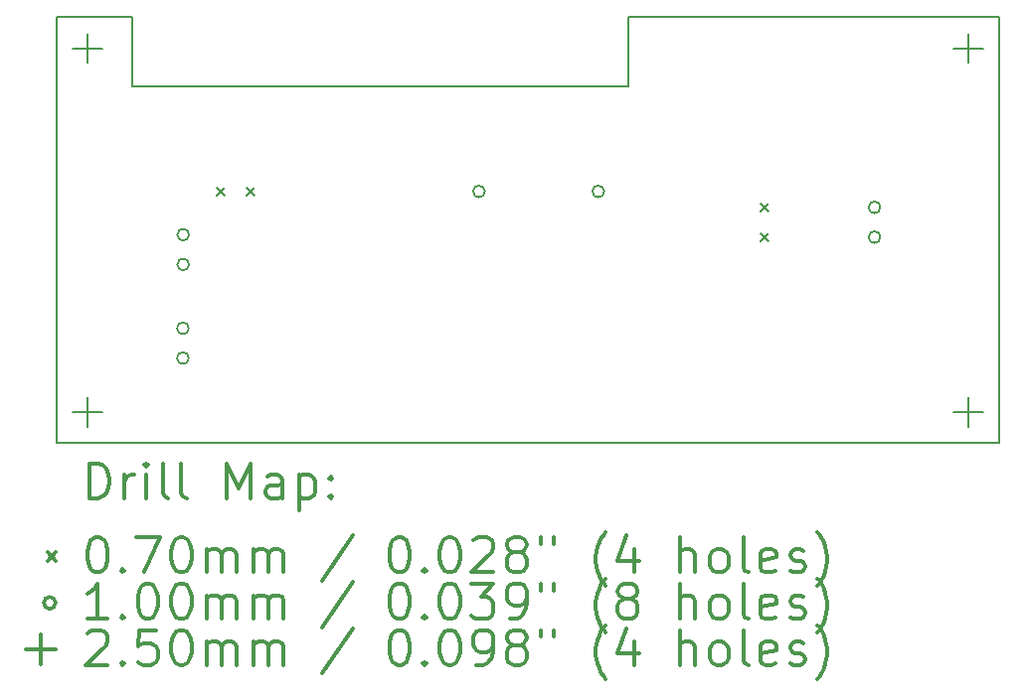
<source format=gbr>
%FSLAX45Y45*%
G04 Gerber Fmt 4.5, Leading zero omitted, Abs format (unit mm)*
G04 Created by KiCad (PCBNEW 5.0.0-fee4fd1~66~ubuntu18.04.1) date Tue Aug 14 13:58:42 2018*
%MOMM*%
%LPD*%
G01*
G04 APERTURE LIST*
%ADD10C,0.150000*%
%ADD11C,0.200000*%
%ADD12C,0.300000*%
G04 APERTURE END LIST*
D10*
X8385000Y-11465000D02*
X8385000Y-7835000D01*
X16415000Y-11465000D02*
X8385000Y-11465000D01*
X16415000Y-7835000D02*
X16415000Y-11465000D01*
X13255000Y-7835000D02*
X16415000Y-7835000D01*
X13255000Y-8420000D02*
X13255000Y-7835000D01*
X9030000Y-8420000D02*
X13255000Y-8420000D01*
X9030000Y-7835000D02*
X9030000Y-8420000D01*
X8385000Y-7835000D02*
X9030000Y-7835000D01*
D11*
X14380000Y-9420000D02*
X14450000Y-9490000D01*
X14450000Y-9420000D02*
X14380000Y-9490000D01*
X14380000Y-9674000D02*
X14450000Y-9744000D01*
X14450000Y-9674000D02*
X14380000Y-9744000D01*
X9751000Y-9285000D02*
X9821000Y-9355000D01*
X9821000Y-9285000D02*
X9751000Y-9355000D01*
X10005000Y-9285000D02*
X10075000Y-9355000D01*
X10075000Y-9285000D02*
X10005000Y-9355000D01*
X12034000Y-9320000D02*
G75*
G03X12034000Y-9320000I-50000J0D01*
G01*
X13050000Y-9320000D02*
G75*
G03X13050000Y-9320000I-50000J0D01*
G01*
X9512500Y-10486000D02*
G75*
G03X9512500Y-10486000I-50000J0D01*
G01*
X9512500Y-10740000D02*
G75*
G03X9512500Y-10740000I-50000J0D01*
G01*
X9515000Y-9688500D02*
G75*
G03X9515000Y-9688500I-50000J0D01*
G01*
X9515000Y-9942500D02*
G75*
G03X9515000Y-9942500I-50000J0D01*
G01*
X15402500Y-9455000D02*
G75*
G03X15402500Y-9455000I-50000J0D01*
G01*
X15402500Y-9709000D02*
G75*
G03X15402500Y-9709000I-50000J0D01*
G01*
X8650090Y-7975000D02*
X8650090Y-8225000D01*
X8525090Y-8100000D02*
X8775090Y-8100000D01*
X8650090Y-11075070D02*
X8650090Y-11325070D01*
X8525090Y-11200070D02*
X8775090Y-11200070D01*
X16149948Y-11075070D02*
X16149948Y-11325070D01*
X16024948Y-11200070D02*
X16274948Y-11200070D01*
X16150000Y-7975000D02*
X16150000Y-8225000D01*
X16025000Y-8100000D02*
X16275000Y-8100000D01*
D12*
X8663928Y-11938214D02*
X8663928Y-11638214D01*
X8735357Y-11638214D01*
X8778214Y-11652500D01*
X8806786Y-11681071D01*
X8821071Y-11709643D01*
X8835357Y-11766786D01*
X8835357Y-11809643D01*
X8821071Y-11866786D01*
X8806786Y-11895357D01*
X8778214Y-11923929D01*
X8735357Y-11938214D01*
X8663928Y-11938214D01*
X8963928Y-11938214D02*
X8963928Y-11738214D01*
X8963928Y-11795357D02*
X8978214Y-11766786D01*
X8992500Y-11752500D01*
X9021071Y-11738214D01*
X9049643Y-11738214D01*
X9149643Y-11938214D02*
X9149643Y-11738214D01*
X9149643Y-11638214D02*
X9135357Y-11652500D01*
X9149643Y-11666786D01*
X9163928Y-11652500D01*
X9149643Y-11638214D01*
X9149643Y-11666786D01*
X9335357Y-11938214D02*
X9306786Y-11923929D01*
X9292500Y-11895357D01*
X9292500Y-11638214D01*
X9492500Y-11938214D02*
X9463928Y-11923929D01*
X9449643Y-11895357D01*
X9449643Y-11638214D01*
X9835357Y-11938214D02*
X9835357Y-11638214D01*
X9935357Y-11852500D01*
X10035357Y-11638214D01*
X10035357Y-11938214D01*
X10306786Y-11938214D02*
X10306786Y-11781071D01*
X10292500Y-11752500D01*
X10263928Y-11738214D01*
X10206786Y-11738214D01*
X10178214Y-11752500D01*
X10306786Y-11923929D02*
X10278214Y-11938214D01*
X10206786Y-11938214D01*
X10178214Y-11923929D01*
X10163928Y-11895357D01*
X10163928Y-11866786D01*
X10178214Y-11838214D01*
X10206786Y-11823929D01*
X10278214Y-11823929D01*
X10306786Y-11809643D01*
X10449643Y-11738214D02*
X10449643Y-12038214D01*
X10449643Y-11752500D02*
X10478214Y-11738214D01*
X10535357Y-11738214D01*
X10563928Y-11752500D01*
X10578214Y-11766786D01*
X10592500Y-11795357D01*
X10592500Y-11881071D01*
X10578214Y-11909643D01*
X10563928Y-11923929D01*
X10535357Y-11938214D01*
X10478214Y-11938214D01*
X10449643Y-11923929D01*
X10721071Y-11909643D02*
X10735357Y-11923929D01*
X10721071Y-11938214D01*
X10706786Y-11923929D01*
X10721071Y-11909643D01*
X10721071Y-11938214D01*
X10721071Y-11752500D02*
X10735357Y-11766786D01*
X10721071Y-11781071D01*
X10706786Y-11766786D01*
X10721071Y-11752500D01*
X10721071Y-11781071D01*
X8307500Y-12397500D02*
X8377500Y-12467500D01*
X8377500Y-12397500D02*
X8307500Y-12467500D01*
X8721071Y-12268214D02*
X8749643Y-12268214D01*
X8778214Y-12282500D01*
X8792500Y-12296786D01*
X8806786Y-12325357D01*
X8821071Y-12382500D01*
X8821071Y-12453929D01*
X8806786Y-12511071D01*
X8792500Y-12539643D01*
X8778214Y-12553929D01*
X8749643Y-12568214D01*
X8721071Y-12568214D01*
X8692500Y-12553929D01*
X8678214Y-12539643D01*
X8663928Y-12511071D01*
X8649643Y-12453929D01*
X8649643Y-12382500D01*
X8663928Y-12325357D01*
X8678214Y-12296786D01*
X8692500Y-12282500D01*
X8721071Y-12268214D01*
X8949643Y-12539643D02*
X8963928Y-12553929D01*
X8949643Y-12568214D01*
X8935357Y-12553929D01*
X8949643Y-12539643D01*
X8949643Y-12568214D01*
X9063928Y-12268214D02*
X9263928Y-12268214D01*
X9135357Y-12568214D01*
X9435357Y-12268214D02*
X9463928Y-12268214D01*
X9492500Y-12282500D01*
X9506786Y-12296786D01*
X9521071Y-12325357D01*
X9535357Y-12382500D01*
X9535357Y-12453929D01*
X9521071Y-12511071D01*
X9506786Y-12539643D01*
X9492500Y-12553929D01*
X9463928Y-12568214D01*
X9435357Y-12568214D01*
X9406786Y-12553929D01*
X9392500Y-12539643D01*
X9378214Y-12511071D01*
X9363928Y-12453929D01*
X9363928Y-12382500D01*
X9378214Y-12325357D01*
X9392500Y-12296786D01*
X9406786Y-12282500D01*
X9435357Y-12268214D01*
X9663928Y-12568214D02*
X9663928Y-12368214D01*
X9663928Y-12396786D02*
X9678214Y-12382500D01*
X9706786Y-12368214D01*
X9749643Y-12368214D01*
X9778214Y-12382500D01*
X9792500Y-12411071D01*
X9792500Y-12568214D01*
X9792500Y-12411071D02*
X9806786Y-12382500D01*
X9835357Y-12368214D01*
X9878214Y-12368214D01*
X9906786Y-12382500D01*
X9921071Y-12411071D01*
X9921071Y-12568214D01*
X10063928Y-12568214D02*
X10063928Y-12368214D01*
X10063928Y-12396786D02*
X10078214Y-12382500D01*
X10106786Y-12368214D01*
X10149643Y-12368214D01*
X10178214Y-12382500D01*
X10192500Y-12411071D01*
X10192500Y-12568214D01*
X10192500Y-12411071D02*
X10206786Y-12382500D01*
X10235357Y-12368214D01*
X10278214Y-12368214D01*
X10306786Y-12382500D01*
X10321071Y-12411071D01*
X10321071Y-12568214D01*
X10906786Y-12253929D02*
X10649643Y-12639643D01*
X11292500Y-12268214D02*
X11321071Y-12268214D01*
X11349643Y-12282500D01*
X11363928Y-12296786D01*
X11378214Y-12325357D01*
X11392500Y-12382500D01*
X11392500Y-12453929D01*
X11378214Y-12511071D01*
X11363928Y-12539643D01*
X11349643Y-12553929D01*
X11321071Y-12568214D01*
X11292500Y-12568214D01*
X11263928Y-12553929D01*
X11249643Y-12539643D01*
X11235357Y-12511071D01*
X11221071Y-12453929D01*
X11221071Y-12382500D01*
X11235357Y-12325357D01*
X11249643Y-12296786D01*
X11263928Y-12282500D01*
X11292500Y-12268214D01*
X11521071Y-12539643D02*
X11535357Y-12553929D01*
X11521071Y-12568214D01*
X11506786Y-12553929D01*
X11521071Y-12539643D01*
X11521071Y-12568214D01*
X11721071Y-12268214D02*
X11749643Y-12268214D01*
X11778214Y-12282500D01*
X11792500Y-12296786D01*
X11806786Y-12325357D01*
X11821071Y-12382500D01*
X11821071Y-12453929D01*
X11806786Y-12511071D01*
X11792500Y-12539643D01*
X11778214Y-12553929D01*
X11749643Y-12568214D01*
X11721071Y-12568214D01*
X11692500Y-12553929D01*
X11678214Y-12539643D01*
X11663928Y-12511071D01*
X11649643Y-12453929D01*
X11649643Y-12382500D01*
X11663928Y-12325357D01*
X11678214Y-12296786D01*
X11692500Y-12282500D01*
X11721071Y-12268214D01*
X11935357Y-12296786D02*
X11949643Y-12282500D01*
X11978214Y-12268214D01*
X12049643Y-12268214D01*
X12078214Y-12282500D01*
X12092500Y-12296786D01*
X12106786Y-12325357D01*
X12106786Y-12353929D01*
X12092500Y-12396786D01*
X11921071Y-12568214D01*
X12106786Y-12568214D01*
X12278214Y-12396786D02*
X12249643Y-12382500D01*
X12235357Y-12368214D01*
X12221071Y-12339643D01*
X12221071Y-12325357D01*
X12235357Y-12296786D01*
X12249643Y-12282500D01*
X12278214Y-12268214D01*
X12335357Y-12268214D01*
X12363928Y-12282500D01*
X12378214Y-12296786D01*
X12392500Y-12325357D01*
X12392500Y-12339643D01*
X12378214Y-12368214D01*
X12363928Y-12382500D01*
X12335357Y-12396786D01*
X12278214Y-12396786D01*
X12249643Y-12411071D01*
X12235357Y-12425357D01*
X12221071Y-12453929D01*
X12221071Y-12511071D01*
X12235357Y-12539643D01*
X12249643Y-12553929D01*
X12278214Y-12568214D01*
X12335357Y-12568214D01*
X12363928Y-12553929D01*
X12378214Y-12539643D01*
X12392500Y-12511071D01*
X12392500Y-12453929D01*
X12378214Y-12425357D01*
X12363928Y-12411071D01*
X12335357Y-12396786D01*
X12506786Y-12268214D02*
X12506786Y-12325357D01*
X12621071Y-12268214D02*
X12621071Y-12325357D01*
X13063928Y-12682500D02*
X13049643Y-12668214D01*
X13021071Y-12625357D01*
X13006786Y-12596786D01*
X12992500Y-12553929D01*
X12978214Y-12482500D01*
X12978214Y-12425357D01*
X12992500Y-12353929D01*
X13006786Y-12311071D01*
X13021071Y-12282500D01*
X13049643Y-12239643D01*
X13063928Y-12225357D01*
X13306786Y-12368214D02*
X13306786Y-12568214D01*
X13235357Y-12253929D02*
X13163928Y-12468214D01*
X13349643Y-12468214D01*
X13692500Y-12568214D02*
X13692500Y-12268214D01*
X13821071Y-12568214D02*
X13821071Y-12411071D01*
X13806786Y-12382500D01*
X13778214Y-12368214D01*
X13735357Y-12368214D01*
X13706786Y-12382500D01*
X13692500Y-12396786D01*
X14006786Y-12568214D02*
X13978214Y-12553929D01*
X13963928Y-12539643D01*
X13949643Y-12511071D01*
X13949643Y-12425357D01*
X13963928Y-12396786D01*
X13978214Y-12382500D01*
X14006786Y-12368214D01*
X14049643Y-12368214D01*
X14078214Y-12382500D01*
X14092500Y-12396786D01*
X14106786Y-12425357D01*
X14106786Y-12511071D01*
X14092500Y-12539643D01*
X14078214Y-12553929D01*
X14049643Y-12568214D01*
X14006786Y-12568214D01*
X14278214Y-12568214D02*
X14249643Y-12553929D01*
X14235357Y-12525357D01*
X14235357Y-12268214D01*
X14506786Y-12553929D02*
X14478214Y-12568214D01*
X14421071Y-12568214D01*
X14392500Y-12553929D01*
X14378214Y-12525357D01*
X14378214Y-12411071D01*
X14392500Y-12382500D01*
X14421071Y-12368214D01*
X14478214Y-12368214D01*
X14506786Y-12382500D01*
X14521071Y-12411071D01*
X14521071Y-12439643D01*
X14378214Y-12468214D01*
X14635357Y-12553929D02*
X14663928Y-12568214D01*
X14721071Y-12568214D01*
X14749643Y-12553929D01*
X14763928Y-12525357D01*
X14763928Y-12511071D01*
X14749643Y-12482500D01*
X14721071Y-12468214D01*
X14678214Y-12468214D01*
X14649643Y-12453929D01*
X14635357Y-12425357D01*
X14635357Y-12411071D01*
X14649643Y-12382500D01*
X14678214Y-12368214D01*
X14721071Y-12368214D01*
X14749643Y-12382500D01*
X14863928Y-12682500D02*
X14878214Y-12668214D01*
X14906786Y-12625357D01*
X14921071Y-12596786D01*
X14935357Y-12553929D01*
X14949643Y-12482500D01*
X14949643Y-12425357D01*
X14935357Y-12353929D01*
X14921071Y-12311071D01*
X14906786Y-12282500D01*
X14878214Y-12239643D01*
X14863928Y-12225357D01*
X8377500Y-12828500D02*
G75*
G03X8377500Y-12828500I-50000J0D01*
G01*
X8821071Y-12964214D02*
X8649643Y-12964214D01*
X8735357Y-12964214D02*
X8735357Y-12664214D01*
X8706786Y-12707071D01*
X8678214Y-12735643D01*
X8649643Y-12749929D01*
X8949643Y-12935643D02*
X8963928Y-12949929D01*
X8949643Y-12964214D01*
X8935357Y-12949929D01*
X8949643Y-12935643D01*
X8949643Y-12964214D01*
X9149643Y-12664214D02*
X9178214Y-12664214D01*
X9206786Y-12678500D01*
X9221071Y-12692786D01*
X9235357Y-12721357D01*
X9249643Y-12778500D01*
X9249643Y-12849929D01*
X9235357Y-12907071D01*
X9221071Y-12935643D01*
X9206786Y-12949929D01*
X9178214Y-12964214D01*
X9149643Y-12964214D01*
X9121071Y-12949929D01*
X9106786Y-12935643D01*
X9092500Y-12907071D01*
X9078214Y-12849929D01*
X9078214Y-12778500D01*
X9092500Y-12721357D01*
X9106786Y-12692786D01*
X9121071Y-12678500D01*
X9149643Y-12664214D01*
X9435357Y-12664214D02*
X9463928Y-12664214D01*
X9492500Y-12678500D01*
X9506786Y-12692786D01*
X9521071Y-12721357D01*
X9535357Y-12778500D01*
X9535357Y-12849929D01*
X9521071Y-12907071D01*
X9506786Y-12935643D01*
X9492500Y-12949929D01*
X9463928Y-12964214D01*
X9435357Y-12964214D01*
X9406786Y-12949929D01*
X9392500Y-12935643D01*
X9378214Y-12907071D01*
X9363928Y-12849929D01*
X9363928Y-12778500D01*
X9378214Y-12721357D01*
X9392500Y-12692786D01*
X9406786Y-12678500D01*
X9435357Y-12664214D01*
X9663928Y-12964214D02*
X9663928Y-12764214D01*
X9663928Y-12792786D02*
X9678214Y-12778500D01*
X9706786Y-12764214D01*
X9749643Y-12764214D01*
X9778214Y-12778500D01*
X9792500Y-12807071D01*
X9792500Y-12964214D01*
X9792500Y-12807071D02*
X9806786Y-12778500D01*
X9835357Y-12764214D01*
X9878214Y-12764214D01*
X9906786Y-12778500D01*
X9921071Y-12807071D01*
X9921071Y-12964214D01*
X10063928Y-12964214D02*
X10063928Y-12764214D01*
X10063928Y-12792786D02*
X10078214Y-12778500D01*
X10106786Y-12764214D01*
X10149643Y-12764214D01*
X10178214Y-12778500D01*
X10192500Y-12807071D01*
X10192500Y-12964214D01*
X10192500Y-12807071D02*
X10206786Y-12778500D01*
X10235357Y-12764214D01*
X10278214Y-12764214D01*
X10306786Y-12778500D01*
X10321071Y-12807071D01*
X10321071Y-12964214D01*
X10906786Y-12649929D02*
X10649643Y-13035643D01*
X11292500Y-12664214D02*
X11321071Y-12664214D01*
X11349643Y-12678500D01*
X11363928Y-12692786D01*
X11378214Y-12721357D01*
X11392500Y-12778500D01*
X11392500Y-12849929D01*
X11378214Y-12907071D01*
X11363928Y-12935643D01*
X11349643Y-12949929D01*
X11321071Y-12964214D01*
X11292500Y-12964214D01*
X11263928Y-12949929D01*
X11249643Y-12935643D01*
X11235357Y-12907071D01*
X11221071Y-12849929D01*
X11221071Y-12778500D01*
X11235357Y-12721357D01*
X11249643Y-12692786D01*
X11263928Y-12678500D01*
X11292500Y-12664214D01*
X11521071Y-12935643D02*
X11535357Y-12949929D01*
X11521071Y-12964214D01*
X11506786Y-12949929D01*
X11521071Y-12935643D01*
X11521071Y-12964214D01*
X11721071Y-12664214D02*
X11749643Y-12664214D01*
X11778214Y-12678500D01*
X11792500Y-12692786D01*
X11806786Y-12721357D01*
X11821071Y-12778500D01*
X11821071Y-12849929D01*
X11806786Y-12907071D01*
X11792500Y-12935643D01*
X11778214Y-12949929D01*
X11749643Y-12964214D01*
X11721071Y-12964214D01*
X11692500Y-12949929D01*
X11678214Y-12935643D01*
X11663928Y-12907071D01*
X11649643Y-12849929D01*
X11649643Y-12778500D01*
X11663928Y-12721357D01*
X11678214Y-12692786D01*
X11692500Y-12678500D01*
X11721071Y-12664214D01*
X11921071Y-12664214D02*
X12106786Y-12664214D01*
X12006786Y-12778500D01*
X12049643Y-12778500D01*
X12078214Y-12792786D01*
X12092500Y-12807071D01*
X12106786Y-12835643D01*
X12106786Y-12907071D01*
X12092500Y-12935643D01*
X12078214Y-12949929D01*
X12049643Y-12964214D01*
X11963928Y-12964214D01*
X11935357Y-12949929D01*
X11921071Y-12935643D01*
X12249643Y-12964214D02*
X12306786Y-12964214D01*
X12335357Y-12949929D01*
X12349643Y-12935643D01*
X12378214Y-12892786D01*
X12392500Y-12835643D01*
X12392500Y-12721357D01*
X12378214Y-12692786D01*
X12363928Y-12678500D01*
X12335357Y-12664214D01*
X12278214Y-12664214D01*
X12249643Y-12678500D01*
X12235357Y-12692786D01*
X12221071Y-12721357D01*
X12221071Y-12792786D01*
X12235357Y-12821357D01*
X12249643Y-12835643D01*
X12278214Y-12849929D01*
X12335357Y-12849929D01*
X12363928Y-12835643D01*
X12378214Y-12821357D01*
X12392500Y-12792786D01*
X12506786Y-12664214D02*
X12506786Y-12721357D01*
X12621071Y-12664214D02*
X12621071Y-12721357D01*
X13063928Y-13078500D02*
X13049643Y-13064214D01*
X13021071Y-13021357D01*
X13006786Y-12992786D01*
X12992500Y-12949929D01*
X12978214Y-12878500D01*
X12978214Y-12821357D01*
X12992500Y-12749929D01*
X13006786Y-12707071D01*
X13021071Y-12678500D01*
X13049643Y-12635643D01*
X13063928Y-12621357D01*
X13221071Y-12792786D02*
X13192500Y-12778500D01*
X13178214Y-12764214D01*
X13163928Y-12735643D01*
X13163928Y-12721357D01*
X13178214Y-12692786D01*
X13192500Y-12678500D01*
X13221071Y-12664214D01*
X13278214Y-12664214D01*
X13306786Y-12678500D01*
X13321071Y-12692786D01*
X13335357Y-12721357D01*
X13335357Y-12735643D01*
X13321071Y-12764214D01*
X13306786Y-12778500D01*
X13278214Y-12792786D01*
X13221071Y-12792786D01*
X13192500Y-12807071D01*
X13178214Y-12821357D01*
X13163928Y-12849929D01*
X13163928Y-12907071D01*
X13178214Y-12935643D01*
X13192500Y-12949929D01*
X13221071Y-12964214D01*
X13278214Y-12964214D01*
X13306786Y-12949929D01*
X13321071Y-12935643D01*
X13335357Y-12907071D01*
X13335357Y-12849929D01*
X13321071Y-12821357D01*
X13306786Y-12807071D01*
X13278214Y-12792786D01*
X13692500Y-12964214D02*
X13692500Y-12664214D01*
X13821071Y-12964214D02*
X13821071Y-12807071D01*
X13806786Y-12778500D01*
X13778214Y-12764214D01*
X13735357Y-12764214D01*
X13706786Y-12778500D01*
X13692500Y-12792786D01*
X14006786Y-12964214D02*
X13978214Y-12949929D01*
X13963928Y-12935643D01*
X13949643Y-12907071D01*
X13949643Y-12821357D01*
X13963928Y-12792786D01*
X13978214Y-12778500D01*
X14006786Y-12764214D01*
X14049643Y-12764214D01*
X14078214Y-12778500D01*
X14092500Y-12792786D01*
X14106786Y-12821357D01*
X14106786Y-12907071D01*
X14092500Y-12935643D01*
X14078214Y-12949929D01*
X14049643Y-12964214D01*
X14006786Y-12964214D01*
X14278214Y-12964214D02*
X14249643Y-12949929D01*
X14235357Y-12921357D01*
X14235357Y-12664214D01*
X14506786Y-12949929D02*
X14478214Y-12964214D01*
X14421071Y-12964214D01*
X14392500Y-12949929D01*
X14378214Y-12921357D01*
X14378214Y-12807071D01*
X14392500Y-12778500D01*
X14421071Y-12764214D01*
X14478214Y-12764214D01*
X14506786Y-12778500D01*
X14521071Y-12807071D01*
X14521071Y-12835643D01*
X14378214Y-12864214D01*
X14635357Y-12949929D02*
X14663928Y-12964214D01*
X14721071Y-12964214D01*
X14749643Y-12949929D01*
X14763928Y-12921357D01*
X14763928Y-12907071D01*
X14749643Y-12878500D01*
X14721071Y-12864214D01*
X14678214Y-12864214D01*
X14649643Y-12849929D01*
X14635357Y-12821357D01*
X14635357Y-12807071D01*
X14649643Y-12778500D01*
X14678214Y-12764214D01*
X14721071Y-12764214D01*
X14749643Y-12778500D01*
X14863928Y-13078500D02*
X14878214Y-13064214D01*
X14906786Y-13021357D01*
X14921071Y-12992786D01*
X14935357Y-12949929D01*
X14949643Y-12878500D01*
X14949643Y-12821357D01*
X14935357Y-12749929D01*
X14921071Y-12707071D01*
X14906786Y-12678500D01*
X14878214Y-12635643D01*
X14863928Y-12621357D01*
X8252500Y-13099500D02*
X8252500Y-13349500D01*
X8127500Y-13224500D02*
X8377500Y-13224500D01*
X8649643Y-13088786D02*
X8663928Y-13074500D01*
X8692500Y-13060214D01*
X8763928Y-13060214D01*
X8792500Y-13074500D01*
X8806786Y-13088786D01*
X8821071Y-13117357D01*
X8821071Y-13145929D01*
X8806786Y-13188786D01*
X8635357Y-13360214D01*
X8821071Y-13360214D01*
X8949643Y-13331643D02*
X8963928Y-13345929D01*
X8949643Y-13360214D01*
X8935357Y-13345929D01*
X8949643Y-13331643D01*
X8949643Y-13360214D01*
X9235357Y-13060214D02*
X9092500Y-13060214D01*
X9078214Y-13203071D01*
X9092500Y-13188786D01*
X9121071Y-13174500D01*
X9192500Y-13174500D01*
X9221071Y-13188786D01*
X9235357Y-13203071D01*
X9249643Y-13231643D01*
X9249643Y-13303071D01*
X9235357Y-13331643D01*
X9221071Y-13345929D01*
X9192500Y-13360214D01*
X9121071Y-13360214D01*
X9092500Y-13345929D01*
X9078214Y-13331643D01*
X9435357Y-13060214D02*
X9463928Y-13060214D01*
X9492500Y-13074500D01*
X9506786Y-13088786D01*
X9521071Y-13117357D01*
X9535357Y-13174500D01*
X9535357Y-13245929D01*
X9521071Y-13303071D01*
X9506786Y-13331643D01*
X9492500Y-13345929D01*
X9463928Y-13360214D01*
X9435357Y-13360214D01*
X9406786Y-13345929D01*
X9392500Y-13331643D01*
X9378214Y-13303071D01*
X9363928Y-13245929D01*
X9363928Y-13174500D01*
X9378214Y-13117357D01*
X9392500Y-13088786D01*
X9406786Y-13074500D01*
X9435357Y-13060214D01*
X9663928Y-13360214D02*
X9663928Y-13160214D01*
X9663928Y-13188786D02*
X9678214Y-13174500D01*
X9706786Y-13160214D01*
X9749643Y-13160214D01*
X9778214Y-13174500D01*
X9792500Y-13203071D01*
X9792500Y-13360214D01*
X9792500Y-13203071D02*
X9806786Y-13174500D01*
X9835357Y-13160214D01*
X9878214Y-13160214D01*
X9906786Y-13174500D01*
X9921071Y-13203071D01*
X9921071Y-13360214D01*
X10063928Y-13360214D02*
X10063928Y-13160214D01*
X10063928Y-13188786D02*
X10078214Y-13174500D01*
X10106786Y-13160214D01*
X10149643Y-13160214D01*
X10178214Y-13174500D01*
X10192500Y-13203071D01*
X10192500Y-13360214D01*
X10192500Y-13203071D02*
X10206786Y-13174500D01*
X10235357Y-13160214D01*
X10278214Y-13160214D01*
X10306786Y-13174500D01*
X10321071Y-13203071D01*
X10321071Y-13360214D01*
X10906786Y-13045929D02*
X10649643Y-13431643D01*
X11292500Y-13060214D02*
X11321071Y-13060214D01*
X11349643Y-13074500D01*
X11363928Y-13088786D01*
X11378214Y-13117357D01*
X11392500Y-13174500D01*
X11392500Y-13245929D01*
X11378214Y-13303071D01*
X11363928Y-13331643D01*
X11349643Y-13345929D01*
X11321071Y-13360214D01*
X11292500Y-13360214D01*
X11263928Y-13345929D01*
X11249643Y-13331643D01*
X11235357Y-13303071D01*
X11221071Y-13245929D01*
X11221071Y-13174500D01*
X11235357Y-13117357D01*
X11249643Y-13088786D01*
X11263928Y-13074500D01*
X11292500Y-13060214D01*
X11521071Y-13331643D02*
X11535357Y-13345929D01*
X11521071Y-13360214D01*
X11506786Y-13345929D01*
X11521071Y-13331643D01*
X11521071Y-13360214D01*
X11721071Y-13060214D02*
X11749643Y-13060214D01*
X11778214Y-13074500D01*
X11792500Y-13088786D01*
X11806786Y-13117357D01*
X11821071Y-13174500D01*
X11821071Y-13245929D01*
X11806786Y-13303071D01*
X11792500Y-13331643D01*
X11778214Y-13345929D01*
X11749643Y-13360214D01*
X11721071Y-13360214D01*
X11692500Y-13345929D01*
X11678214Y-13331643D01*
X11663928Y-13303071D01*
X11649643Y-13245929D01*
X11649643Y-13174500D01*
X11663928Y-13117357D01*
X11678214Y-13088786D01*
X11692500Y-13074500D01*
X11721071Y-13060214D01*
X11963928Y-13360214D02*
X12021071Y-13360214D01*
X12049643Y-13345929D01*
X12063928Y-13331643D01*
X12092500Y-13288786D01*
X12106786Y-13231643D01*
X12106786Y-13117357D01*
X12092500Y-13088786D01*
X12078214Y-13074500D01*
X12049643Y-13060214D01*
X11992500Y-13060214D01*
X11963928Y-13074500D01*
X11949643Y-13088786D01*
X11935357Y-13117357D01*
X11935357Y-13188786D01*
X11949643Y-13217357D01*
X11963928Y-13231643D01*
X11992500Y-13245929D01*
X12049643Y-13245929D01*
X12078214Y-13231643D01*
X12092500Y-13217357D01*
X12106786Y-13188786D01*
X12278214Y-13188786D02*
X12249643Y-13174500D01*
X12235357Y-13160214D01*
X12221071Y-13131643D01*
X12221071Y-13117357D01*
X12235357Y-13088786D01*
X12249643Y-13074500D01*
X12278214Y-13060214D01*
X12335357Y-13060214D01*
X12363928Y-13074500D01*
X12378214Y-13088786D01*
X12392500Y-13117357D01*
X12392500Y-13131643D01*
X12378214Y-13160214D01*
X12363928Y-13174500D01*
X12335357Y-13188786D01*
X12278214Y-13188786D01*
X12249643Y-13203071D01*
X12235357Y-13217357D01*
X12221071Y-13245929D01*
X12221071Y-13303071D01*
X12235357Y-13331643D01*
X12249643Y-13345929D01*
X12278214Y-13360214D01*
X12335357Y-13360214D01*
X12363928Y-13345929D01*
X12378214Y-13331643D01*
X12392500Y-13303071D01*
X12392500Y-13245929D01*
X12378214Y-13217357D01*
X12363928Y-13203071D01*
X12335357Y-13188786D01*
X12506786Y-13060214D02*
X12506786Y-13117357D01*
X12621071Y-13060214D02*
X12621071Y-13117357D01*
X13063928Y-13474500D02*
X13049643Y-13460214D01*
X13021071Y-13417357D01*
X13006786Y-13388786D01*
X12992500Y-13345929D01*
X12978214Y-13274500D01*
X12978214Y-13217357D01*
X12992500Y-13145929D01*
X13006786Y-13103071D01*
X13021071Y-13074500D01*
X13049643Y-13031643D01*
X13063928Y-13017357D01*
X13306786Y-13160214D02*
X13306786Y-13360214D01*
X13235357Y-13045929D02*
X13163928Y-13260214D01*
X13349643Y-13260214D01*
X13692500Y-13360214D02*
X13692500Y-13060214D01*
X13821071Y-13360214D02*
X13821071Y-13203071D01*
X13806786Y-13174500D01*
X13778214Y-13160214D01*
X13735357Y-13160214D01*
X13706786Y-13174500D01*
X13692500Y-13188786D01*
X14006786Y-13360214D02*
X13978214Y-13345929D01*
X13963928Y-13331643D01*
X13949643Y-13303071D01*
X13949643Y-13217357D01*
X13963928Y-13188786D01*
X13978214Y-13174500D01*
X14006786Y-13160214D01*
X14049643Y-13160214D01*
X14078214Y-13174500D01*
X14092500Y-13188786D01*
X14106786Y-13217357D01*
X14106786Y-13303071D01*
X14092500Y-13331643D01*
X14078214Y-13345929D01*
X14049643Y-13360214D01*
X14006786Y-13360214D01*
X14278214Y-13360214D02*
X14249643Y-13345929D01*
X14235357Y-13317357D01*
X14235357Y-13060214D01*
X14506786Y-13345929D02*
X14478214Y-13360214D01*
X14421071Y-13360214D01*
X14392500Y-13345929D01*
X14378214Y-13317357D01*
X14378214Y-13203071D01*
X14392500Y-13174500D01*
X14421071Y-13160214D01*
X14478214Y-13160214D01*
X14506786Y-13174500D01*
X14521071Y-13203071D01*
X14521071Y-13231643D01*
X14378214Y-13260214D01*
X14635357Y-13345929D02*
X14663928Y-13360214D01*
X14721071Y-13360214D01*
X14749643Y-13345929D01*
X14763928Y-13317357D01*
X14763928Y-13303071D01*
X14749643Y-13274500D01*
X14721071Y-13260214D01*
X14678214Y-13260214D01*
X14649643Y-13245929D01*
X14635357Y-13217357D01*
X14635357Y-13203071D01*
X14649643Y-13174500D01*
X14678214Y-13160214D01*
X14721071Y-13160214D01*
X14749643Y-13174500D01*
X14863928Y-13474500D02*
X14878214Y-13460214D01*
X14906786Y-13417357D01*
X14921071Y-13388786D01*
X14935357Y-13345929D01*
X14949643Y-13274500D01*
X14949643Y-13217357D01*
X14935357Y-13145929D01*
X14921071Y-13103071D01*
X14906786Y-13074500D01*
X14878214Y-13031643D01*
X14863928Y-13017357D01*
M02*

</source>
